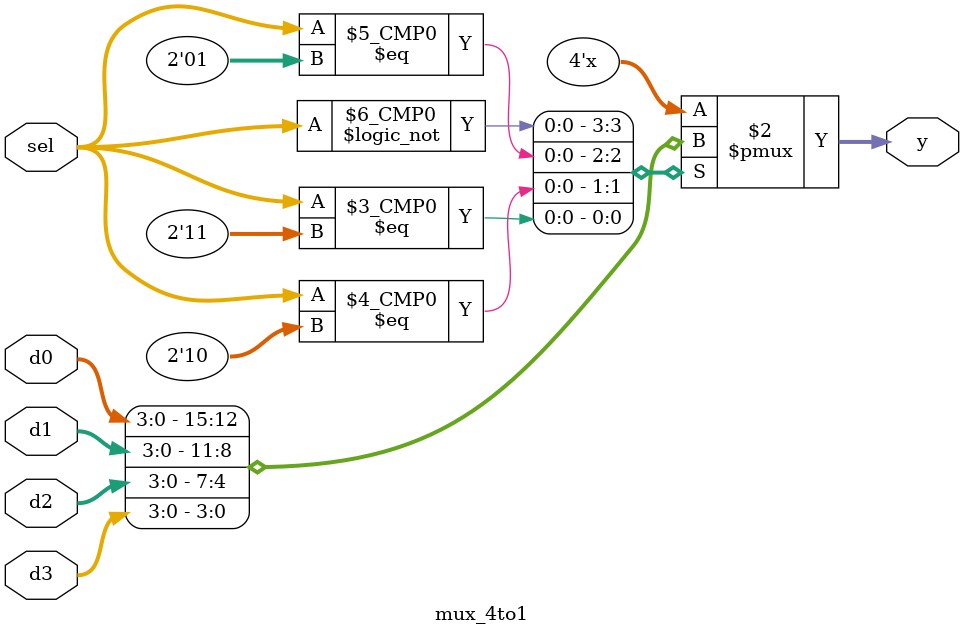
<source format=v>
`timescale 1ns / 1ps


module mux_4to1(d0, d1, d2, d3, sel, y);
    input [3:0] d0,d1,d2,d3;
    input [1:0] sel;
    output reg [3:0] y;
    
    always @(d0 or d1 or d2 or d3 or sel) begin
        case (sel) 
            2'b00 : y = d0;
            2'b01 : y = d1;
            2'b10 : y = d2;
            2'b11 : y = d3;
        endcase 
    end 
endmodule

</source>
